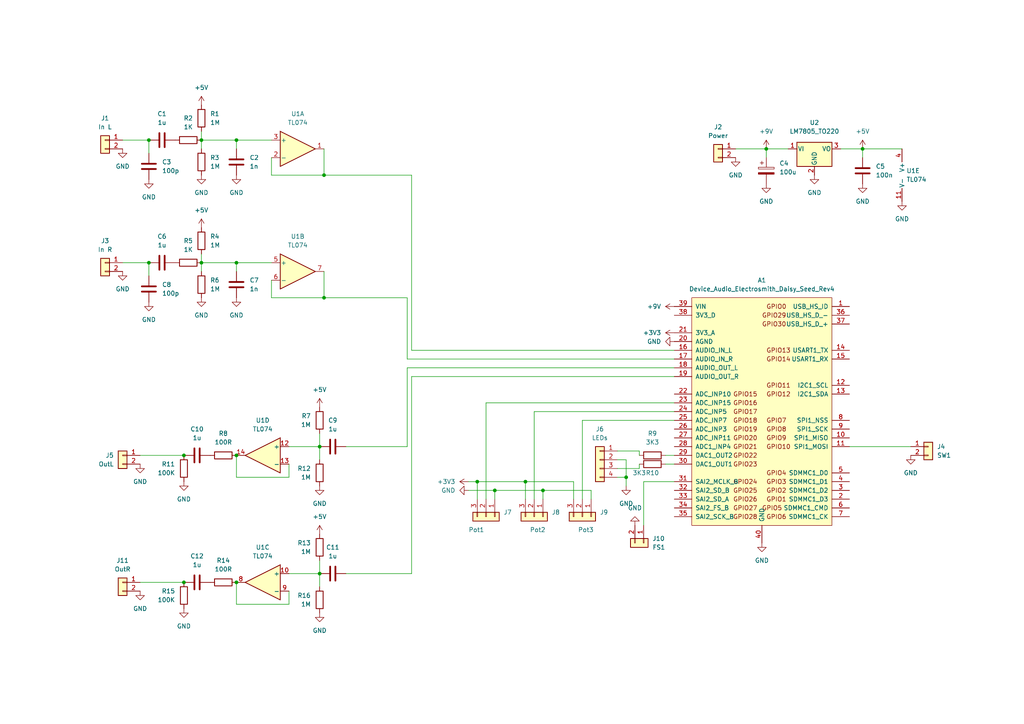
<source format=kicad_sch>
(kicad_sch (version 20231120) (generator "eeschema") (generator_version "8.0")
  (paper "A4")
  (title_block (title "Daisy Seed, Stereo Inputs & Outputs") (company "MA&I"))
  (lib_symbols
    (symbol "Amplifier_Operational:TL074" (pin_names (offset 0.127))
      (property "Reference" "U" (at 0 5.08 0))
      (property "Value" "TL074" (at 0 -5.08 0))
      (symbol "TL074_1_1"
        (polyline (pts (xy -5.08 5.08) (xy 5.08 0) (xy -5.08 -5.08) (xy -5.08 5.08)) (stroke (width 0.254)) (fill (type background)))
        (pin output line (at 7.62 0 180) (length 2.54) (name "~") (number "1"))
        (pin input line (at -7.62 -2.54 0) (length 2.54) (name "-") (number "2"))
        (pin input line (at -7.62 2.54 0) (length 2.54) (name "+") (number "3"))
      )
      (symbol "TL074_2_1"
        (polyline (pts (xy -5.08 5.08) (xy 5.08 0) (xy -5.08 -5.08) (xy -5.08 5.08)) (stroke (width 0.254)) (fill (type background)))
        (pin input line (at -7.62 2.54 0) (length 2.54) (name "+") (number "5"))
        (pin input line (at -7.62 -2.54 0) (length 2.54) (name "-") (number "6"))
        (pin output line (at 7.62 0 180) (length 2.54) (name "~") (number "7"))
      )
      (symbol "TL074_3_1"
        (polyline (pts (xy -5.08 5.08) (xy 5.08 0) (xy -5.08 -5.08) (xy -5.08 5.08)) (stroke (width 0.254)) (fill (type background)))
        (pin input line (at -7.62 2.54 0) (length 2.54) (name "+") (number "10"))
        (pin output line (at 7.62 0 180) (length 2.54) (name "~") (number "8"))
        (pin input line (at -7.62 -2.54 0) (length 2.54) (name "-") (number "9"))
      )
      (symbol "TL074_4_1"
        (polyline (pts (xy -5.08 5.08) (xy 5.08 0) (xy -5.08 -5.08) (xy -5.08 5.08)) (stroke (width 0.254)) (fill (type background)))
        (pin input line (at -7.62 2.54 0) (length 2.54) (name "+") (number "12"))
        (pin input line (at -7.62 -2.54 0) (length 2.54) (name "-") (number "13"))
        (pin output line (at 7.62 0 180) (length 2.54) (name "~") (number "14"))
      )
      (symbol "TL074_5_1"
        (pin power_in line (at -2.54 -7.62 90) (length 3.81) (name "V-") (number "11"))
        (pin power_in line (at -2.54 7.62 270) (length 3.81) (name "V+") (number "4"))
      )
    )
    (symbol "Connector_Generic:Conn_01x02" (pin_names (offset 1.016) hide)
      (property "Reference" "J" (at 0 2.54 0))
      (property "Value" "Conn_01x02" (at 0 -5.08 0))
      (symbol "Conn_01x02_1_1"
        (rectangle (start -1.27 -2.413) (end 0 -2.667) (stroke (width 0.1524)))
        (rectangle (start -1.27 0.127) (end 0 -0.127) (stroke (width 0.1524)))
        (rectangle (start -1.27 1.27) (end 1.27 -3.81) (stroke (width 0.254)) (fill (type background)))
        (pin passive line (at -5.08 0 0) (length 3.81) (name "Pin_1") (number "1"))
        (pin passive line (at -5.08 -2.54 0) (length 3.81) (name "Pin_2") (number "2"))
      )
    )
    (symbol "Connector_Generic:Conn_01x03" (pin_names (offset 1.016) hide)
      (property "Reference" "J" (at 0 5.08 0))
      (property "Value" "Conn_01x03" (at 0 -5.08 0))
      (symbol "Conn_01x03_1_1"
        (rectangle (start -1.27 -2.413) (end 0 -2.667) (stroke (width 0.1524)))
        (rectangle (start -1.27 0.127) (end 0 -0.127) (stroke (width 0.1524)))
        (rectangle (start -1.27 2.667) (end 0 2.413) (stroke (width 0.1524)))
        (rectangle (start -1.27 3.81) (end 1.27 -3.81) (stroke (width 0.254)) (fill (type background)))
        (pin passive line (at -5.08 2.54 0) (length 3.81) (name "Pin_1") (number "1"))
        (pin passive line (at -5.08 0 0) (length 3.81) (name "Pin_2") (number "2"))
        (pin passive line (at -5.08 -2.54 0) (length 3.81) (name "Pin_3") (number "3"))
      )
    )
    (symbol "Connector_Generic:Conn_01x04" (pin_names (offset 1.016) hide)
      (property "Reference" "J" (at 0 5.08 0))
      (property "Value" "Conn_01x04" (at 0 -7.62 0))
      (symbol "Conn_01x04_1_1"
        (rectangle (start -1.27 -4.953) (end 0 -5.207) (stroke (width 0.1524)))
        (rectangle (start -1.27 -2.413) (end 0 -2.667) (stroke (width 0.1524)))
        (rectangle (start -1.27 0.127) (end 0 -0.127) (stroke (width 0.1524)))
        (rectangle (start -1.27 2.667) (end 0 2.413) (stroke (width 0.1524)))
        (rectangle (start -1.27 3.81) (end 1.27 -6.35) (stroke (width 0.254)) (fill (type background)))
        (pin passive line (at -5.08 2.54 0) (length 3.81) (name "Pin_1") (number "1"))
        (pin passive line (at -5.08 0 0) (length 3.81) (name "Pin_2") (number "2"))
        (pin passive line (at -5.08 -2.54 0) (length 3.81) (name "Pin_3") (number "3"))
        (pin passive line (at -5.08 -5.08 0) (length 3.81) (name "Pin_4") (number "4"))
      )
    )
    (symbol "Device:C" (pin_numbers hide) (pin_names (offset 0.254))
      (property "Reference" "C" (at 0.635 2.54 0))
      (property "Value" "C" (at 0.635 -2.54 0))
      (symbol "C_0_1"
        (polyline (pts (xy -2.032 -0.762) (xy 2.032 -0.762)) (stroke (width 0.508)))
        (polyline (pts (xy -2.032 0.762) (xy 2.032 0.762)) (stroke (width 0.508)))
      )
      (symbol "C_1_1"
        (pin passive line (at 0 3.81 270) (length 2.794) (name "~") (number "1"))
        (pin passive line (at 0 -3.81 90) (length 2.794) (name "~") (number "2"))
      )
    )
    (symbol "Device:C_Polarized" (pin_numbers hide) (pin_names (offset 0.254))
      (property "Reference" "C" (at 0.635 2.54 0))
      (property "Value" "C_Polarized" (at 0.635 -2.54 0))
      (symbol "C_Polarized_0_1"
        (rectangle (start -2.286 0.508) (end 2.286 1.016))
        (polyline (pts (xy -1.778 2.286) (xy -0.762 2.286)))
        (polyline (pts (xy -1.27 2.794) (xy -1.27 1.778)))
        (rectangle (start 2.286 -0.508) (end -2.286 -1.016) (fill (type outline)))
      )
      (symbol "C_Polarized_1_1"
        (pin passive line (at 0 3.81 270) (length 2.794) (name "~") (number "1"))
        (pin passive line (at 0 -3.81 90) (length 2.794) (name "~") (number "2"))
      )
    )
    (symbol "Device:R" (pin_numbers hide) (pin_names (offset 0))
      (property "Reference" "R" (at 2.032 0 90))
      (property "Value" "R" (at 0 0 90))
      (symbol "R_0_1"
        (rectangle (start -1.016 -2.54) (end 1.016 2.54) (stroke (width 0.254)))
      )
      (symbol "R_1_1"
        (pin passive line (at 0 3.81 270) (length 1.27) (name "~") (number "1"))
        (pin passive line (at 0 -3.81 90) (length 1.27) (name "~") (number "2"))
      )
    )
    (symbol "Device_Audio_Electrosmith_Daisy_Seed:Device_Audio_Electrosmith_Daisy_Seed_Rev4" (pin_names (offset 1.016))
      (property "Reference" "A" (at -20.32 34.29 0))
      (property "Value" "Device_Audio_Electrosmith_Daisy_Seed_Rev4" (at 20.32 36.83 0))
      (symbol "Device_Audio_Electrosmith_Daisy_Seed_Rev4_0_0"
        (text "GPIO0" (at 1.27 30.48 0) (effects (font (size 1.27 1.27)) (justify left)))
        (text "GPIO1" (at 1.27 -25.4 0) (effects (font (size 1.27 1.27)) (justify left)))
        (text "GPIO10" (at 1.27 -10.16 0) (effects (font (size 1.27 1.27)) (justify left)))
        (text "GPIO11" (at 1.27 7.62 0) (effects (font (size 1.27 1.27)) (justify left)))
        (text "GPIO12" (at 1.27 5.08 0) (effects (font (size 1.27 1.27)) (justify left)))
        (text "GPIO13" (at 1.27 17.78 0) (effects (font (size 1.27 1.27)) (justify left)))
        (text "GPIO14" (at 1.27 15.24 0) (effects (font (size 1.27 1.27)) (justify left)))
        (text "GPIO15" (at -1.27 5.08 0) (effects (font (size 1.27 1.27)) (justify right)))
        (text "GPIO16" (at -1.27 2.54 0) (effects (font (size 1.27 1.27)) (justify right)))
        (text "GPIO17" (at -1.27 0 0) (effects (font (size 1.27 1.27)) (justify right)))
        (text "GPIO18" (at -1.27 -2.54 0) (effects (font (size 1.27 1.27)) (justify right)))
        (text "GPIO19" (at -1.27 -5.08 0) (effects (font (size 1.27 1.27)) (justify right)))
        (text "GPIO2" (at 1.27 -22.86 0) (effects (font (size 1.27 1.27)) (justify left)))
        (text "GPIO20" (at -1.27 -7.62 0) (effects (font (size 1.27 1.27)) (justify right)))
        (text "GPIO21" (at -1.27 -10.16 0) (effects (font (size 1.27 1.27)) (justify right)))
        (text "GPIO22" (at -1.27 -12.7 0) (effects (font (size 1.27 1.27)) (justify right)))
        (text "GPIO23" (at -1.27 -15.24 0) (effects (font (size 1.27 1.27)) (justify right)))
        (text "GPIO24" (at -1.27 -20.32 0) (effects (font (size 1.27 1.27)) (justify right)))
        (text "GPIO25" (at -1.27 -22.86 0) (effects (font (size 1.27 1.27)) (justify right)))
        (text "GPIO26" (at -1.27 -25.4 0) (effects (font (size 1.27 1.27)) (justify right)))
        (text "GPIO27" (at -1.27 -27.94 0) (effects (font (size 1.27 1.27)) (justify right)))
        (text "GPIO28" (at -1.27 -30.48 0) (effects (font (size 1.27 1.27)) (justify right)))
        (text "GPIO29" (at 0 27.94 0) (effects (font (size 1.27 1.27)) (justify left)))
        (text "GPIO3" (at 1.27 -20.32 0) (effects (font (size 1.27 1.27)) (justify left)))
        (text "GPIO30" (at 0 25.4 0) (effects (font (size 1.27 1.27)) (justify left)))
        (text "GPIO4" (at 1.27 -17.78 0) (effects (font (size 1.27 1.27)) (justify left)))
        (text "GPIO5" (at 0 -27.94 0) (effects (font (size 1.27 1.27)) (justify left)))
        (text "GPIO6" (at 1.27 -30.48 0) (effects (font (size 1.27 1.27)) (justify left)))
        (text "GPIO7" (at 1.27 -2.54 0) (effects (font (size 1.27 1.27)) (justify left)))
        (text "GPIO8" (at 1.27 -5.08 0) (effects (font (size 1.27 1.27)) (justify left)))
        (text "GPIO9" (at 1.27 -7.62 0) (effects (font (size 1.27 1.27)) (justify left)))
        (pin bidirectional line (at 25.4 30.48 180) (length 5.08) (name "USB_HS_ID") (number "1"))
        (pin bidirectional line (at 25.4 -7.62 180) (length 5.08) (name "SPI1_MISO") (number "10"))
        (pin bidirectional line (at 25.4 -10.16 180) (length 5.08) (name "SPI1_MOSI") (number "11"))
        (pin bidirectional line (at 25.4 7.62 180) (length 5.08) (name "I2C1_SCL") (number "12"))
        (pin bidirectional line (at 25.4 5.08 180) (length 5.08) (name "I2C1_SDA") (number "13"))
        (pin bidirectional line (at 25.4 17.78 180) (length 5.08) (name "USART1_TX") (number "14"))
        (pin bidirectional line (at 25.4 15.24 180) (length 5.08) (name "USART1_RX") (number "15"))
        (pin input line (at -25.4 17.78 0) (length 5.08) (name "AUDIO_IN_L") (number "16"))
        (pin input line (at -25.4 15.24 0) (length 5.08) (name "AUDIO_IN_R") (number "17"))
        (pin output line (at -25.4 12.7 0) (length 5.08) (name "AUDIO_OUT_L") (number "18"))
        (pin output line (at -25.4 10.16 0) (length 5.08) (name "AUDIO_OUT_R") (number "19"))
        (pin bidirectional line (at 25.4 -25.4 180) (length 5.08) (name "SDMMC1_D3") (number "2"))
        (pin passive line (at -25.4 20.32 0) (length 5.08) (name "AGND") (number "20"))
        (pin power_out line (at -25.4 22.86 0) (length 5.08) (name "3V3_A") (number "21"))
        (pin bidirectional line (at -25.4 5.08 0) (length 5.08) (name "ADC_INP10") (number "22"))
        (pin bidirectional line (at -25.4 2.54 0) (length 5.08) (name "ADC_INP15") (number "23"))
        (pin bidirectional line (at -25.4 0 0) (length 5.08) (name "ADC_INP5") (number "24"))
        (pin bidirectional line (at -25.4 -2.54 0) (length 5.08) (name "ADC_INP7") (number "25"))
        (pin bidirectional line (at -25.4 -5.08 0) (length 5.08) (name "ADC_INP3") (number "26"))
        (pin bidirectional line (at -25.4 -7.62 0) (length 5.08) (name "ADC_INP11") (number "27"))
        (pin bidirectional line (at -25.4 -10.16 0) (length 5.08) (name "ADC1_INP4") (number "28"))
        (pin bidirectional line (at -25.4 -12.7 0) (length 5.08) (name "DAC1_OUT2") (number "29"))
        (pin bidirectional line (at 25.4 -22.86 180) (length 5.08) (name "SDMMC1_D2") (number "3"))
        (pin bidirectional line (at -25.4 -15.24 0) (length 5.08) (name "DAC1_OUT1") (number "30"))
        (pin bidirectional line (at -25.4 -20.32 0) (length 5.08) (name "SAI2_MCLK_B") (number "31"))
        (pin bidirectional line (at -25.4 -22.86 0) (length 5.08) (name "SAI2_SD_B") (number "32"))
        (pin bidirectional line (at -25.4 -25.4 0) (length 5.08) (name "SAI2_SD_A") (number "33"))
        (pin bidirectional line (at -25.4 -27.94 0) (length 5.08) (name "SAI2_FS_B") (number "34"))
        (pin bidirectional line (at -25.4 -30.48 0) (length 5.08) (name "SAI2_SCK_B") (number "35"))
        (pin bidirectional line (at 25.4 27.94 180) (length 5.08) (name "USB_HS_D_-") (number "36"))
        (pin bidirectional line (at 25.4 25.4 180) (length 5.08) (name "USB_HS_D_+") (number "37"))
        (pin power_out line (at -25.4 27.94 0) (length 5.08) (name "3V3_D") (number "38"))
        (pin power_in line (at -25.4 30.48 0) (length 5.08) (name "VIN") (number "39"))
        (pin bidirectional line (at 25.4 -20.32 180) (length 5.08) (name "SDMMC1_D1") (number "4"))
        (pin passive line (at 0 -38.1 90) (length 5.08) (name "GND") (number "40"))
        (pin bidirectional line (at 25.4 -17.78 180) (length 5.08) (name "SDMMC1_D0") (number "5"))
        (pin bidirectional line (at 25.4 -27.94 180) (length 5.08) (name "SDMMC1_CMD") (number "6"))
        (pin bidirectional line (at 25.4 -30.48 180) (length 5.08) (name "SDMMC1_CK") (number "7"))
        (pin bidirectional line (at 25.4 -2.54 180) (length 5.08) (name "SPI1_NSS") (number "8"))
        (pin bidirectional line (at 25.4 -5.08 180) (length 5.08) (name "SPI1_SCK") (number "9"))
      )
      (symbol "Device_Audio_Electrosmith_Daisy_Seed_Rev4_0_1"
        (rectangle (start -20.32 33.02) (end 20.32 -33.02) (fill (type background)))
      )
    )
    (symbol "Regulator_Linear:LM7805_TO220" (pin_names (offset 0.254))
      (property "Reference" "U" (at -3.81 3.175 0))
      (property "Value" "LM7805_TO220" (at 0 3.175 0))
      (symbol "LM7805_TO220_0_1"
        (rectangle (start -5.08 1.905) (end 5.08 -5.08) (stroke (width 0.254)) (fill (type background)))
      )
      (symbol "LM7805_TO220_1_1"
        (pin power_in line (at -7.62 0 0) (length 2.54) (name "VI") (number "1"))
        (pin power_in line (at 0 -7.62 90) (length 2.54) (name "GND") (number "2"))
        (pin power_out line (at 7.62 0 180) (length 2.54) (name "VO") (number "3"))
      )
    )
    (symbol "power:+3V3" (power) (pin_names (offset 0))
      (property "Value" "+3V3" (at 0 3.556 0))
      (symbol "+3V3_0_1"
        (polyline (pts (xy -0.762 1.27) (xy 0 2.54)))
        (polyline (pts (xy 0 0) (xy 0 2.54)))
        (polyline (pts (xy 0 2.54) (xy 0.762 1.27)))
      )
      (symbol "+3V3_1_1"
        (pin power_in line (at 0 0 90) (length 0) hide (name "+3V3") (number "1"))
      )
    )
    (symbol "power:+5V" (power) (pin_names (offset 0))
      (property "Value" "+5V" (at 0 3.556 0))
      (symbol "+5V_0_1"
        (polyline (pts (xy -0.762 1.27) (xy 0 2.54)))
        (polyline (pts (xy 0 0) (xy 0 2.54)))
        (polyline (pts (xy 0 2.54) (xy 0.762 1.27)))
      )
      (symbol "+5V_1_1"
        (pin power_in line (at 0 0 90) (length 0) hide (name "+5V") (number "1"))
      )
    )
    (symbol "power:+9V" (power) (pin_names (offset 0))
      (property "Value" "+9V" (at 0 3.556 0))
      (symbol "+9V_0_1"
        (polyline (pts (xy -0.762 1.27) (xy 0 2.54)))
        (polyline (pts (xy 0 0) (xy 0 2.54)))
        (polyline (pts (xy 0 2.54) (xy 0.762 1.27)))
      )
      (symbol "+9V_1_1"
        (pin power_in line (at 0 0 90) (length 0) hide (name "+9V") (number "1"))
      )
    )
    (symbol "power:GND" (power) (pin_names (offset 0))
      (property "Value" "GND" (at 0 -3.81 0))
      (symbol "GND_0_1"
        (polyline (pts (xy 0 0) (xy 0 -1.27) (xy 1.27 -1.27) (xy 0 -2.54) (xy -1.27 -1.27) (xy 0 -1.27)))
      )
      (symbol "GND_1_1"
        (pin power_in line (at 0 0 270) (length 0) hide (name "GND") (number "1"))
      )
    )
  )
  (junction (at 93.98 86.36))
  (junction (at 43.18 40.64))
  (junction (at 92.71 129.54))
  (junction (at 92.71 166.37))
  (junction (at 222.25 43.18))
  (junction (at 53.34 168.91))
  (junction (at 143.51 142.24))
  (junction (at 181.61 138.43))
  (junction (at 157.48 142.24))
  (junction (at 53.34 132.08))
  (junction (at 68.58 168.91))
  (junction (at 93.98 50.8))
  (junction (at 68.58 76.2))
  (junction (at 68.58 132.08))
  (junction (at 152.4 139.7))
  (junction (at 68.58 40.64))
  (junction (at 138.43 139.7))
  (junction (at 43.18 76.2))
  (junction (at 58.42 76.2))
  (junction (at 58.42 40.64))
  (junction (at 250.19 43.18))
  (wire (pts (xy 78.74 50.8) (xy 93.98 50.8)))
  (wire (pts (xy 143.51 142.24) (xy 157.48 142.24)))
  (wire (pts (xy 58.42 73.66) (xy 58.42 76.2)))
  (wire (pts (xy 68.58 175.26) (xy 68.58 168.91)))
  (wire (pts (xy 166.37 139.7) (xy 152.4 139.7)))
  (wire (pts (xy 35.56 40.64) (xy 43.18 40.64)))
  (wire (pts (xy 100.33 129.54) (xy 118.11 129.54)))
  (wire (pts (xy 58.42 40.64) (xy 58.42 43.18)))
  (wire (pts (xy 213.36 43.18) (xy 222.25 43.18)))
  (wire (pts (xy 93.98 86.36) (xy 118.11 86.36)))
  (wire (pts (xy 168.91 121.92) (xy 195.58 121.92)))
  (wire (pts (xy 185.42 130.81) (xy 185.42 132.08)))
  (wire (pts (xy 58.42 38.1) (xy 58.42 40.64)))
  (wire (pts (xy 83.82 134.62) (xy 83.82 138.43)))
  (wire (pts (xy 181.61 138.43) (xy 179.07 138.43)))
  (wire (pts (xy 246.38 129.54) (xy 264.16 129.54)))
  (wire (pts (xy 135.89 139.7) (xy 138.43 139.7)))
  (wire (pts (xy 119.38 101.6) (xy 119.38 50.8)))
  (wire (pts (xy 140.97 116.84) (xy 140.97 144.78)))
  (wire (pts (xy 43.18 80.01) (xy 43.18 76.2)))
  (wire (pts (xy 68.58 40.64) (xy 78.74 40.64)))
  (wire (pts (xy 93.98 86.36) (xy 93.98 78.74)))
  (wire (pts (xy 83.82 175.26) (xy 68.58 175.26)))
  (wire (pts (xy 83.82 171.45) (xy 83.82 175.26)))
  (wire (pts (xy 154.94 144.78) (xy 154.94 119.38)))
  (wire (pts (xy 118.11 106.68) (xy 195.58 106.68)))
  (wire (pts (xy 157.48 142.24) (xy 157.48 144.78)))
  (wire (pts (xy 154.94 119.38) (xy 195.58 119.38)))
  (wire (pts (xy 193.04 132.08) (xy 195.58 132.08)))
  (wire (pts (xy 193.04 134.62) (xy 195.58 134.62)))
  (wire (pts (xy 152.4 139.7) (xy 152.4 144.78)))
  (wire (pts (xy 35.56 76.2) (xy 43.18 76.2)))
  (wire (pts (xy 181.61 133.35) (xy 181.61 138.43)))
  (wire (pts (xy 119.38 109.22) (xy 119.38 166.37)))
  (wire (pts (xy 118.11 104.14) (xy 195.58 104.14)))
  (wire (pts (xy 250.19 43.18) (xy 243.84 43.18)))
  (wire (pts (xy 135.89 142.24) (xy 143.51 142.24)))
  (wire (pts (xy 195.58 101.6) (xy 119.38 101.6)))
  (wire (pts (xy 43.18 44.45) (xy 43.18 40.64)))
  (wire (pts (xy 250.19 43.18) (xy 261.62 43.18)))
  (wire (pts (xy 68.58 76.2) (xy 78.74 76.2)))
  (wire (pts (xy 92.71 129.54) (xy 83.82 129.54)))
  (wire (pts (xy 179.07 135.89) (xy 185.42 135.89)))
  (wire (pts (xy 118.11 129.54) (xy 118.11 106.68)))
  (wire (pts (xy 58.42 76.2) (xy 58.42 78.74)))
  (wire (pts (xy 78.74 45.72) (xy 78.74 50.8)))
  (wire (pts (xy 179.07 130.81) (xy 185.42 130.81)))
  (wire (pts (xy 118.11 86.36) (xy 118.11 104.14)))
  (wire (pts (xy 68.58 138.43) (xy 68.58 132.08)))
  (wire (pts (xy 222.25 45.72) (xy 222.25 43.18)))
  (wire (pts (xy 53.34 168.91) (xy 40.64 168.91)))
  (wire (pts (xy 78.74 86.36) (xy 93.98 86.36)))
  (wire (pts (xy 168.91 144.78) (xy 168.91 121.92)))
  (wire (pts (xy 152.4 139.7) (xy 138.43 139.7)))
  (wire (pts (xy 195.58 116.84) (xy 140.97 116.84)))
  (wire (pts (xy 250.19 45.72) (xy 250.19 43.18)))
  (wire (pts (xy 171.45 144.78) (xy 171.45 142.24)))
  (wire (pts (xy 68.58 43.18) (xy 68.58 40.64)))
  (wire (pts (xy 166.37 144.78) (xy 166.37 139.7)))
  (wire (pts (xy 68.58 76.2) (xy 58.42 76.2)))
  (wire (pts (xy 83.82 138.43) (xy 68.58 138.43)))
  (wire (pts (xy 222.25 43.18) (xy 228.6 43.18)))
  (wire (pts (xy 179.07 133.35) (xy 181.61 133.35)))
  (wire (pts (xy 68.58 78.74) (xy 68.58 76.2)))
  (wire (pts (xy 143.51 144.78) (xy 143.51 142.24)))
  (wire (pts (xy 92.71 166.37) (xy 92.71 170.18)))
  (wire (pts (xy 92.71 129.54) (xy 92.71 133.35)))
  (wire (pts (xy 171.45 142.24) (xy 157.48 142.24)))
  (wire (pts (xy 53.34 132.08) (xy 40.64 132.08)))
  (wire (pts (xy 92.71 166.37) (xy 83.82 166.37)))
  (wire (pts (xy 92.71 162.56) (xy 92.71 166.37)))
  (wire (pts (xy 119.38 50.8) (xy 93.98 50.8)))
  (wire (pts (xy 68.58 40.64) (xy 58.42 40.64)))
  (wire (pts (xy 138.43 139.7) (xy 138.43 144.78)))
  (wire (pts (xy 92.71 125.73) (xy 92.71 129.54)))
  (wire (pts (xy 186.69 139.7) (xy 186.69 152.4)))
  (wire (pts (xy 119.38 166.37) (xy 100.33 166.37)))
  (wire (pts (xy 93.98 50.8) (xy 93.98 43.18)))
  (wire (pts (xy 186.69 139.7) (xy 195.58 139.7)))
  (wire (pts (xy 78.74 81.28) (xy 78.74 86.36)))
  (wire (pts (xy 181.61 140.97) (xy 181.61 138.43)))
  (wire (pts (xy 185.42 135.89) (xy 185.42 134.62)))
  (wire (pts (xy 195.58 109.22) (xy 119.38 109.22)))
  (symbol (lib_id "power:GND") (at 181.61 140.97 0) (unit 1)
    (property "Reference" "#PWR034" (effects (hide yes)))
    (property "Value" "GND" (at 181.61 146.05 0))
  )
  (symbol (lib_id "Device:R") (at 189.23 134.62 90) (unit 1)
    (property "Reference" "R10" (at 189.23 137.16 90))
    (property "Value" "3K3" (at 185.42 137.16 90))
    (property "Footprint" "Resistor_THT:R_Axial_DIN0207_L6.3mm_D2.5mm_P7.62mm_Horizontal" (effects (hide yes)))
  )
  (symbol (lib_id "power:GND") (at 195.58 99.06 270) (unit 1)
    (property "Reference" "#PWR020" (effects (hide yes)))
    (property "Value" "GND" (at 191.77 99.0599 90) (effects (justify right)))
  )
  (symbol (lib_id "power:GND") (at 53.34 176.53 0) (mirror y) (unit 1)
    (property "Reference" "#PWR032" (effects (hide yes)))
    (property "Value" "GND" (at 53.34 181.61 0))
  )
  (symbol (lib_id "power:GND") (at 40.64 171.45 0) (mirror y) (unit 1)
    (property "Reference" "#PWR031" (effects (hide yes)))
    (property "Value" "GND" (at 40.64 176.53 0))
  )
  (symbol (lib_id "Connector_Generic:Conn_01x04") (at 173.99 133.35 0) (mirror y) (unit 1)
    (property "Reference" "J6" (at 173.99 124.46 0))
    (property "Value" "LEDs" (at 173.99 127 0))
    (property "Footprint" "Connector_PinSocket_2.54mm:PinSocket_1x04_P2.54mm_Vertical" (effects (hide yes)))
  )
  (symbol (lib_id "Device:R") (at 53.34 135.89 0) (mirror y) (unit 1)
    (property "Reference" "R11" (at 50.8 134.6199 0) (effects (justify left)))
    (property "Value" "100K" (at 50.8 137.1599 0) (effects (justify left)))
    (property "Footprint" "Resistor_THT:R_Axial_DIN0207_L6.3mm_D2.5mm_P7.62mm_Horizontal" (effects (hide yes)))
  )
  (symbol (lib_id "power:GND") (at 135.89 142.24 270) (unit 1)
    (property "Reference" "#PWR027" (effects (hide yes)))
    (property "Value" "GND" (at 132.08 142.2399 90) (effects (justify right)))
  )
  (symbol (lib_id "power:GND") (at 92.71 140.97 0) (mirror y) (unit 1)
    (property "Reference" "#PWR026" (effects (hide yes)))
    (property "Value" "GND" (at 92.71 146.05 0))
  )
  (symbol (lib_id "Device:R") (at 92.71 137.16 0) (mirror y) (unit 1)
    (property "Reference" "R12" (at 90.17 135.8899 0) (effects (justify left)))
    (property "Value" "1M" (at 90.17 138.4299 0) (effects (justify left)))
    (property "Footprint" "Resistor_THT:R_Axial_DIN0207_L6.3mm_D2.5mm_P7.62mm_Horizontal" (effects (hide yes)))
  )
  (symbol (lib_id "Device:R") (at 53.34 172.72 0) (mirror y) (unit 1)
    (property "Reference" "R15" (at 50.8 171.4499 0) (effects (justify left)))
    (property "Value" "100K" (at 50.8 173.9899 0) (effects (justify left)))
    (property "Footprint" "Resistor_THT:R_Axial_DIN0207_L6.3mm_D2.5mm_P7.62mm_Horizontal" (effects (hide yes)))
  )
  (symbol (lib_id "Connector_Generic:Conn_01x02") (at 35.56 168.91 0) (mirror y) (unit 1)
    (property "Reference" "J11" (at 35.56 162.56 0))
    (property "Value" "OutR" (at 35.56 165.1 0))
    (property "Footprint" "Connector_PinSocket_2.54mm:PinSocket_1x02_P2.54mm_Vertical" (effects (hide yes)))
  )
  (symbol (lib_id "Amplifier_Operational:TL074") (at 86.36 78.74 0) (unit 2)
    (property "Reference" "U1" (at 86.36 68.58 0))
    (property "Value" "TL074" (at 86.36 71.12 0))
    (property "Footprint" "Package_DIP:DIP-14_W7.62mm_Socket" (effects (hide yes)))
    (property "Datasheet" "http://www.ti.com/lit/ds/symlink/tl071.pdf" (effects (hide yes)))
  )
  (symbol (lib_id "power:+5V") (at 58.42 66.04 0) (unit 1)
    (property "Reference" "#PWR013" (effects (hide yes)))
    (property "Value" "+5V" (at 58.42 60.96 0))
  )
  (symbol (lib_id "power:GND") (at 261.62 58.42 0) (unit 1)
    (property "Reference" "#PWR012" (effects (hide yes)))
    (property "Value" "GND" (at 261.62 63.5 0))
  )
  (symbol (lib_id "Device:C") (at 96.52 129.54 270) (mirror x) (unit 1)
    (property "Reference" "C9" (at 96.52 121.92 90))
    (property "Value" "1u" (at 96.52 124.46 90))
    (property "Footprint" "Capacitor_THT:C_Rect_L7.0mm_W2.5mm_P5.00mm" (effects (hide yes)))
  )
  (symbol (lib_id "Device:R") (at 58.42 82.55 0) (unit 1)
    (property "Reference" "R6" (at 60.96 81.2799 0) (effects (justify left)))
    (property "Value" "1M" (at 60.96 83.8199 0) (effects (justify left)))
    (property "Footprint" "Resistor_THT:R_Axial_DIN0207_L6.3mm_D2.5mm_P7.62mm_Horizontal" (effects (hide yes)))
  )
  (symbol (lib_id "Device:R") (at 58.42 46.99 0) (unit 1)
    (property "Reference" "R3" (at 60.96 45.7199 0) (effects (justify left)))
    (property "Value" "1M" (at 60.96 48.2599 0) (effects (justify left)))
    (property "Footprint" "Resistor_THT:R_Axial_DIN0207_L6.3mm_D2.5mm_P7.62mm_Horizontal" (effects (hide yes)))
  )
  (symbol (lib_id "Device:C_Polarized") (at 222.25 49.53 0) (unit 1)
    (property "Reference" "C4" (at 226.06 47.3709 0) (effects (justify left)))
    (property "Value" "100u" (at 226.06 49.9109 0) (effects (justify left)))
    (property "Footprint" "Capacitor_THT:CP_Radial_D5.0mm_P2.00mm" (effects (hide yes)))
  )
  (symbol (lib_id "Device:R") (at 64.77 168.91 270) (mirror x) (unit 1)
    (property "Reference" "R14" (at 64.77 162.56 90))
    (property "Value" "100R" (at 64.77 165.1 90))
    (property "Footprint" "Resistor_THT:R_Axial_DIN0207_L6.3mm_D2.5mm_P7.62mm_Horizontal" (effects (hide yes)))
  )
  (symbol (lib_id "Amplifier_Operational:TL074") (at 264.16 50.8 0) (unit 5)
    (property "Reference" "U1" (at 262.89 49.5299 0) (effects (justify left)))
    (property "Value" "TL074" (at 262.89 52.0699 0) (effects (justify left)))
    (property "Footprint" "Package_DIP:DIP-14_W7.62mm_Socket" (effects (hide yes)))
    (property "Datasheet" "http://www.ti.com/lit/ds/symlink/tl071.pdf" (effects (hide yes)))
  )
  (symbol (lib_id "power:GND") (at 68.58 50.8 0) (unit 1)
    (property "Reference" "#PWR07" (effects (hide yes)))
    (property "Value" "GND" (at 68.58 55.88 0))
  )
  (symbol (lib_id "power:GND") (at 213.36 45.72 0) (unit 1)
    (property "Reference" "#PWR05" (effects (hide yes)))
    (property "Value" "GND" (at 213.36 50.8 0))
  )
  (symbol (lib_id "power:+9V") (at 195.58 88.9 90) (unit 1)
    (property "Reference" "#PWR018" (effects (hide yes)))
    (property "Value" "+9V" (at 191.77 88.8999 90) (effects (justify left)))
  )
  (symbol (lib_id "power:+3V3") (at 135.89 139.7 90) (unit 1)
    (property "Reference" "#PWR025" (effects (hide yes)))
    (property "Value" "+3V3" (at 132.08 139.6999 90) (effects (justify left)))
  )
  (symbol (lib_id "Device:C") (at 250.19 49.53 0) (unit 1)
    (property "Reference" "C5" (at 254 48.2599 0) (effects (justify left)))
    (property "Value" "100n" (at 254 50.7999 0) (effects (justify left)))
    (property "Footprint" "Capacitor_THT:C_Rect_L7.0mm_W2.5mm_P5.00mm" (effects (hide yes)))
  )
  (symbol (lib_id "Device:R") (at 92.71 173.99 0) (mirror y) (unit 1)
    (property "Reference" "R16" (at 90.17 172.7199 0) (effects (justify left)))
    (property "Value" "1M" (at 90.17 175.2599 0) (effects (justify left)))
    (property "Footprint" "Resistor_THT:R_Axial_DIN0207_L6.3mm_D2.5mm_P7.62mm_Horizontal" (effects (hide yes)))
  )
  (symbol (lib_id "Device:C") (at 68.58 46.99 0) (unit 1)
    (property "Reference" "C2" (at 72.39 45.7199 0) (effects (justify left)))
    (property "Value" "1n" (at 72.39 48.2599 0) (effects (justify left)))
    (property "Footprint" "Capacitor_THT:C_Rect_L7.0mm_W2.5mm_P5.00mm" (effects (hide yes)))
  )
  (symbol (lib_id "Amplifier_Operational:TL074") (at 76.2 132.08 0) (mirror y) (unit 4)
    (property "Reference" "U1" (at 76.2 121.92 0))
    (property "Value" "TL074" (at 76.2 124.46 0))
    (property "Footprint" "Package_DIP:DIP-14_W7.62mm_Socket" (effects (hide yes)))
    (property "Datasheet" "http://www.ti.com/lit/ds/symlink/tl071.pdf" (effects (hide yes)))
  )
  (symbol (lib_id "power:GND") (at 43.18 87.63 0) (unit 1)
    (property "Reference" "#PWR017" (effects (hide yes)))
    (property "Value" "GND" (at 43.18 92.71 0))
  )
  (symbol (lib_id "Connector_Generic:Conn_01x02") (at 269.24 129.54 0) (unit 1)
    (property "Reference" "J4" (at 271.78 129.5399 0) (effects (justify left)))
    (property "Value" "SW1" (at 271.78 132.0799 0) (effects (justify left)))
    (property "Footprint" "Connector_PinSocket_2.54mm:PinSocket_1x02_P2.54mm_Vertical" (effects (hide yes)))
  )
  (symbol (lib_id "Connector_Generic:Conn_01x03") (at 154.94 149.86 270) (unit 1)
    (property "Reference" "J8" (at 160.02 148.5899 90) (effects (justify left)))
    (property "Value" "Pot2" (at 153.67 153.67 90) (effects (justify left)))
    (property "Footprint" "Connector_PinSocket_2.54mm:PinSocket_1x03_P2.54mm_Vertical" (effects (hide yes)))
  )
  (symbol (lib_id "Amplifier_Operational:TL074") (at 76.2 168.91 0) (mirror y) (unit 3)
    (property "Reference" "U1" (at 76.2 158.75 0))
    (property "Value" "TL074" (at 76.2 161.29 0))
    (property "Footprint" "Package_DIP:DIP-14_W7.62mm_Socket" (effects (hide yes)))
    (property "Datasheet" "http://www.ti.com/lit/ds/symlink/tl071.pdf" (effects (hide yes)))
  )
  (symbol (lib_id "Device:R") (at 92.71 121.92 0) (mirror y) (unit 1)
    (property "Reference" "R7" (at 90.17 120.6499 0) (effects (justify left)))
    (property "Value" "1M" (at 90.17 123.1899 0) (effects (justify left)))
    (property "Footprint" "Resistor_THT:R_Axial_DIN0207_L6.3mm_D2.5mm_P7.62mm_Horizontal" (effects (hide yes)))
  )
  (symbol (lib_id "Device:C") (at 57.15 132.08 270) (mirror x) (unit 1)
    (property "Reference" "C10" (at 57.15 124.46 90))
    (property "Value" "1u" (at 57.15 127 90))
    (property "Footprint" "Capacitor_THT:C_Rect_L7.0mm_W2.5mm_P5.00mm" (effects (hide yes)))
  )
  (symbol (lib_id "power:GND") (at 264.16 132.08 0) (unit 1)
    (property "Reference" "#PWR022" (effects (hide yes)))
    (property "Value" "GND" (at 264.16 137.16 0))
  )
  (symbol (lib_id "power:GND") (at 92.71 177.8 0) (mirror y) (unit 1)
    (property "Reference" "#PWR033" (effects (hide yes)))
    (property "Value" "GND" (at 92.71 182.88 0))
  )
  (symbol (lib_id "Device:C") (at 43.18 83.82 0) (unit 1)
    (property "Reference" "C8" (at 46.99 82.5499 0) (effects (justify left)))
    (property "Value" "100p" (at 46.99 85.0899 0) (effects (justify left)))
    (property "Footprint" "Capacitor_THT:C_Rect_L7.0mm_W2.5mm_P5.00mm" (effects (hide yes)))
  )
  (symbol (lib_id "Device:C") (at 57.15 168.91 270) (mirror x) (unit 1)
    (property "Reference" "C12" (at 57.15 161.29 90))
    (property "Value" "1u" (at 57.15 163.83 90))
    (property "Footprint" "Capacitor_THT:C_Rect_L7.0mm_W2.5mm_P5.00mm" (effects (hide yes)))
  )
  (symbol (lib_id "power:GND") (at 68.58 86.36 0) (unit 1)
    (property "Reference" "#PWR016" (effects (hide yes)))
    (property "Value" "GND" (at 68.58 91.44 0))
  )
  (symbol (lib_id "Connector_Generic:Conn_01x02") (at 35.56 132.08 0) (mirror y) (unit 1)
    (property "Reference" "J5" (at 33.02 132.0799 0) (effects (justify left)))
    (property "Value" "OutL" (at 33.02 134.6199 0) (effects (justify left)))
    (property "Footprint" "Connector_PinSocket_2.54mm:PinSocket_1x02_P2.54mm_Vertical" (effects (hide yes)))
  )
  (symbol (lib_id "power:GND") (at 184.15 152.4 180) (unit 1)
    (property "Reference" "#PWR028" (effects (hide yes)))
    (property "Value" "GND" (at 184.15 147.32 0))
  )
  (symbol (lib_id "Device:C") (at 43.18 48.26 0) (unit 1)
    (property "Reference" "C3" (at 46.99 46.9899 0) (effects (justify left)))
    (property "Value" "100p" (at 46.99 49.5299 0) (effects (justify left)))
    (property "Footprint" "Capacitor_THT:C_Rect_L7.0mm_W2.5mm_P5.00mm" (effects (hide yes)))
  )
  (symbol (lib_id "Device:C") (at 46.99 76.2 270) (unit 1)
    (property "Reference" "C6" (at 46.99 68.58 90))
    (property "Value" "1u" (at 46.99 71.12 90))
    (property "Footprint" "Capacitor_THT:C_Rect_L7.0mm_W2.5mm_P5.00mm" (effects (hide yes)))
  )
  (symbol (lib_id "power:GND") (at 58.42 50.8 0) (unit 1)
    (property "Reference" "#PWR06" (effects (hide yes)))
    (property "Value" "GND" (at 58.42 55.88 0))
  )
  (symbol (lib_id "Device_Audio_Electrosmith_Daisy_Seed:Device_Audio_Electrosmith_Daisy_Seed_Rev4") (at 220.98 119.38 0) (unit 1)
    (property "Reference" "A1" (at 220.98 81.28 0))
    (property "Value" "Device_Audio_Electrosmith_Daisy_Seed_Rev4" (at 220.98 83.82 0))
    (property "Footprint" "Device_Audio_Electrosmith_Daisy_Seed:Device_Audio_Electrosmith_Daisy_Seed" (effects (hide yes)))
    (property "Datasheet" "https://github.com/electro-smith/DaisyWiki/wiki" (effects (hide yes)))
  )
  (symbol (lib_id "power:GND") (at 53.34 139.7 0) (mirror y) (unit 1)
    (property "Reference" "#PWR024" (effects (hide yes)))
    (property "Value" "GND" (at 53.34 144.78 0))
  )
  (symbol (lib_id "Connector_Generic:Conn_01x02") (at 208.28 43.18 0) (mirror y) (unit 1)
    (property "Reference" "J2" (at 208.28 36.83 0))
    (property "Value" "Power" (at 208.28 39.37 0))
    (property "Footprint" "Connector_PinSocket_2.54mm:PinSocket_1x02_P2.54mm_Vertical" (effects (hide yes)))
  )
  (symbol (lib_id "Device:R") (at 58.42 34.29 0) (unit 1)
    (property "Reference" "R1" (at 60.96 33.0199 0) (effects (justify left)))
    (property "Value" "1M" (at 60.96 35.5599 0) (effects (justify left)))
    (property "Footprint" "Resistor_THT:R_Axial_DIN0207_L6.3mm_D2.5mm_P7.62mm_Horizontal" (effects (hide yes)))
  )
  (symbol (lib_id "Device:R") (at 54.61 76.2 90) (unit 1)
    (property "Reference" "R5" (at 54.61 69.85 90))
    (property "Value" "1K" (at 54.61 72.39 90))
    (property "Footprint" "Resistor_THT:R_Axial_DIN0207_L6.3mm_D2.5mm_P7.62mm_Horizontal" (effects (hide yes)))
  )
  (symbol (lib_id "Device:R") (at 92.71 158.75 0) (mirror y) (unit 1)
    (property "Reference" "R13" (at 90.17 157.4799 0) (effects (justify left)))
    (property "Value" "1M" (at 90.17 160.0199 0) (effects (justify left)))
    (property "Footprint" "Resistor_THT:R_Axial_DIN0207_L6.3mm_D2.5mm_P7.62mm_Horizontal" (effects (hide yes)))
  )
  (symbol (lib_id "power:GND") (at 58.42 86.36 0) (unit 1)
    (property "Reference" "#PWR015" (effects (hide yes)))
    (property "Value" "GND" (at 58.42 91.44 0))
  )
  (symbol (lib_id "Connector_Generic:Conn_01x02") (at 30.48 76.2 0) (mirror y) (unit 1)
    (property "Reference" "J3" (at 30.48 69.85 0))
    (property "Value" "In R" (at 30.48 72.39 0))
    (property "Footprint" "Connector_PinSocket_2.54mm:PinSocket_1x02_P2.54mm_Vertical" (effects (hide yes)))
  )
  (symbol (lib_id "power:+5V") (at 92.71 154.94 0) (mirror y) (unit 1)
    (property "Reference" "#PWR029" (effects (hide yes)))
    (property "Value" "+5V" (at 92.71 149.86 0))
  )
  (symbol (lib_id "Device:C") (at 68.58 82.55 0) (unit 1)
    (property "Reference" "C7" (at 72.39 81.2799 0) (effects (justify left)))
    (property "Value" "1n" (at 72.39 83.8199 0) (effects (justify left)))
    (property "Footprint" "Capacitor_THT:C_Rect_L7.0mm_W2.5mm_P5.00mm" (effects (hide yes)))
  )
  (symbol (lib_id "Device:C") (at 46.99 40.64 270) (unit 1)
    (property "Reference" "C1" (at 46.99 33.02 90))
    (property "Value" "1u" (at 46.99 35.56 90))
    (property "Footprint" "Capacitor_THT:C_Rect_L7.0mm_W2.5mm_P5.00mm" (effects (hide yes)))
  )
  (symbol (lib_id "power:GND") (at 222.25 53.34 0) (unit 1)
    (property "Reference" "#PWR010" (effects (hide yes)))
    (property "Value" "GND" (at 222.25 58.42 0))
  )
  (symbol (lib_id "Amplifier_Operational:TL074") (at 86.36 43.18 0) (unit 1)
    (property "Reference" "U1" (at 86.36 33.02 0))
    (property "Value" "TL074" (at 86.36 35.56 0))
    (property "Footprint" "Package_DIP:DIP-14_W7.62mm_Socket" (effects (hide yes)))
    (property "Datasheet" "http://www.ti.com/lit/ds/symlink/tl071.pdf" (effects (hide yes)))
  )
  (symbol (lib_id "power:GND") (at 43.18 52.07 0) (unit 1)
    (property "Reference" "#PWR09" (effects (hide yes)))
    (property "Value" "GND" (at 43.18 57.15 0))
  )
  (symbol (lib_id "power:GND") (at 35.56 43.18 0) (unit 1)
    (property "Reference" "#PWR02" (effects (hide yes)))
    (property "Value" "GND" (at 35.56 48.26 0))
  )
  (symbol (lib_id "Regulator_Linear:LM7805_TO220") (at 236.22 43.18 0) (unit 1)
    (property "Reference" "U2" (at 236.22 35.56 0))
    (property "Value" "LM7805_TO220" (at 236.22 38.1 0))
    (property "Footprint" "Package_TO_SOT_THT:TO-220-3_Vertical" (effects (hide yes)))
    (property "Datasheet" "https://www.onsemi.cn/PowerSolutions/document/MC7800-D.PDF" (effects (hide yes)))
  )
  (symbol (lib_id "power:+3V3") (at 195.58 96.52 90) (unit 1)
    (property "Reference" "#PWR019" (effects (hide yes)))
    (property "Value" "+3V3" (at 191.77 96.5199 90) (effects (justify left)))
  )
  (symbol (lib_id "Connector_Generic:Conn_01x03") (at 140.97 149.86 270) (unit 1)
    (property "Reference" "J7" (at 146.05 148.5899 90) (effects (justify left)))
    (property "Value" "Pot1" (at 135.89 153.67 90) (effects (justify left)))
    (property "Footprint" "Connector_PinSocket_2.54mm:PinSocket_1x03_P2.54mm_Vertical" (effects (hide yes)))
  )
  (symbol (lib_id "power:+9V") (at 222.25 43.18 0) (unit 1)
    (property "Reference" "#PWR03" (effects (hide yes)))
    (property "Value" "+9V" (at 222.25 38.1 0))
  )
  (symbol (lib_id "Device:R") (at 64.77 132.08 270) (mirror x) (unit 1)
    (property "Reference" "R8" (at 64.77 125.73 90))
    (property "Value" "100R" (at 64.77 128.27 90))
    (property "Footprint" "Resistor_THT:R_Axial_DIN0207_L6.3mm_D2.5mm_P7.62mm_Horizontal" (effects (hide yes)))
  )
  (symbol (lib_id "power:GND") (at 35.56 78.74 0) (unit 1)
    (property "Reference" "#PWR014" (effects (hide yes)))
    (property "Value" "GND" (at 35.56 83.82 0))
  )
  (symbol (lib_id "power:+5V") (at 250.19 43.18 0) (unit 1)
    (property "Reference" "#PWR04" (effects (hide yes)))
    (property "Value" "+5V" (at 250.19 38.1 0))
  )
  (symbol (lib_id "Device:R") (at 58.42 69.85 0) (unit 1)
    (property "Reference" "R4" (at 60.96 68.5799 0) (effects (justify left)))
    (property "Value" "1M" (at 60.96 71.1199 0) (effects (justify left)))
    (property "Footprint" "Resistor_THT:R_Axial_DIN0207_L6.3mm_D2.5mm_P7.62mm_Horizontal" (effects (hide yes)))
  )
  (symbol (lib_id "power:GND") (at 220.98 157.48 0) (unit 1)
    (property "Reference" "#PWR030" (effects (hide yes)))
    (property "Value" "GND" (at 220.98 162.56 0))
  )
  (symbol (lib_id "Device:R") (at 189.23 132.08 90) (unit 1)
    (property "Reference" "R9" (at 189.23 125.73 90))
    (property "Value" "3K3" (at 189.23 128.27 90))
    (property "Footprint" "Resistor_THT:R_Axial_DIN0207_L6.3mm_D2.5mm_P7.62mm_Horizontal" (effects (hide yes)))
  )
  (symbol (lib_id "Connector_Generic:Conn_01x02") (at 186.69 157.48 270) (unit 1)
    (property "Reference" "J10" (at 189.23 156.2099 90) (effects (justify left)))
    (property "Value" "FS1" (at 189.23 158.7499 90) (effects (justify left)))
    (property "Footprint" "Connector_PinSocket_2.54mm:PinSocket_1x02_P2.54mm_Vertical" (effects (hide yes)))
  )
  (symbol (lib_id "power:GND") (at 250.19 53.34 0) (unit 1)
    (property "Reference" "#PWR011" (effects (hide yes)))
    (property "Value" "GND" (at 250.19 58.42 0))
  )
  (symbol (lib_id "power:GND") (at 236.22 50.8 0) (unit 1)
    (property "Reference" "#PWR08" (effects (hide yes)))
    (property "Value" "GND" (at 236.22 55.88 0))
  )
  (symbol (lib_id "Device:C") (at 96.52 166.37 270) (mirror x) (unit 1)
    (property "Reference" "C11" (at 96.52 158.75 90))
    (property "Value" "1u" (at 96.52 161.29 90))
    (property "Footprint" "Capacitor_THT:C_Rect_L7.0mm_W2.5mm_P5.00mm" (effects (hide yes)))
  )
  (symbol (lib_id "power:+5V") (at 58.42 30.48 0) (unit 1)
    (property "Reference" "#PWR01" (effects (hide yes)))
    (property "Value" "+5V" (at 58.42 25.4 0))
  )
  (symbol (lib_id "Connector_Generic:Conn_01x03") (at 168.91 149.86 270) (unit 1)
    (property "Reference" "J9" (at 173.99 148.5899 90) (effects (justify left)))
    (property "Value" "Pot3" (at 167.64 153.67 90) (effects (justify left)))
    (property "Footprint" "Connector_PinSocket_2.54mm:PinSocket_1x03_P2.54mm_Vertical" (effects (hide yes)))
  )
  (symbol (lib_id "power:GND") (at 40.64 134.62 0) (mirror y) (unit 1)
    (property "Reference" "#PWR023" (effects (hide yes)))
    (property "Value" "GND" (at 40.64 139.7 0))
  )
  (symbol (lib_id "Connector_Generic:Conn_01x02") (at 30.48 40.64 0) (mirror y) (unit 1)
    (property "Reference" "J1" (at 30.48 34.29 0))
    (property "Value" "In L" (at 30.48 36.83 0))
    (property "Footprint" "Connector_PinSocket_2.54mm:PinSocket_1x02_P2.54mm_Vertical" (effects (hide yes)))
  )
  (symbol (lib_id "power:+5V") (at 92.71 118.11 0) (mirror y) (unit 1)
    (property "Reference" "#PWR021" (effects (hide yes)))
    (property "Value" "+5V" (at 92.71 113.03 0))
  )
  (symbol (lib_id "Device:R") (at 54.61 40.64 90) (unit 1)
    (property "Reference" "R2" (at 54.61 34.29 90))
    (property "Value" "1K" (at 54.61 36.83 90))
    (property "Footprint" "Resistor_THT:R_Axial_DIN0207_L6.3mm_D2.5mm_P7.62mm_Horizontal" (effects (hide yes)))
  )
)
</source>
